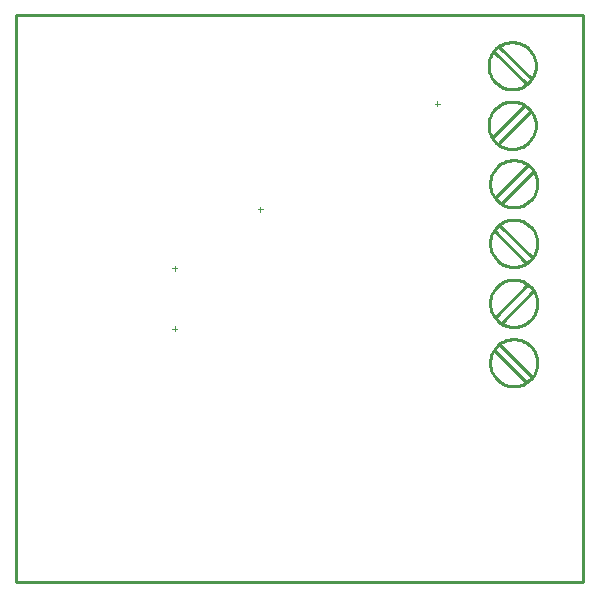
<source format=gm1>
%FSDAX24Y24*%
%MOIN*%
%SFA1B1*%

%IPPOS*%
%ADD29C,0.010000*%
%ADD83C,0.003900*%
%LNde-080324-1*%
%LPD*%
G54D29*
X027337Y027218D02*
D01*
X027335Y027272*
X027329Y027327*
X027319Y027381*
X027306Y027434*
X027289Y027487*
X027268Y027538*
X027244Y027587*
X027217Y027635*
X027186Y027680*
X027152Y027723*
X027116Y027764*
X027076Y027802*
X027034Y027838*
X026990Y027870*
X026943Y027899*
X026894Y027925*
X026844Y027947*
X026793Y027966*
X026740Y027981*
X026686Y027993*
X026632Y028000*
X026577Y028004*
X026522*
X026467Y028000*
X026413Y027993*
X026359Y027981*
X026306Y027966*
X026255Y027947*
X026205Y027925*
X026156Y027899*
X026109Y027870*
X026065Y027838*
X026023Y027802*
X025983Y027764*
X025947Y027723*
X025913Y027680*
X025882Y027635*
X025855Y027587*
X025831Y027538*
X025810Y027487*
X025793Y027434*
X025780Y027381*
X025770Y027327*
X025764Y027272*
X025763Y027218*
X025764Y027163*
X025770Y027108*
X025780Y027054*
X025793Y027001*
X025810Y026948*
X025831Y026897*
X025855Y026848*
X025882Y026800*
X025913Y026755*
X025947Y026712*
X025983Y026671*
X026023Y026633*
X026065Y026597*
X026109Y026565*
X026156Y026536*
X026205Y026510*
X026255Y026488*
X026306Y026469*
X026359Y026454*
X026413Y026442*
X026467Y026435*
X026522Y026431*
X026577*
X026632Y026435*
X026686Y026442*
X026740Y026454*
X026793Y026469*
X026844Y026488*
X026894Y026510*
X026943Y026536*
X026990Y026565*
X027034Y026597*
X027076Y026633*
X027116Y026671*
X027152Y026712*
X027186Y026755*
X027217Y026800*
X027244Y026848*
X027268Y026897*
X027289Y026948*
X027306Y027001*
X027319Y027054*
X027329Y027108*
X027335Y027163*
X027337Y027218*
Y025234D02*
D01*
X027335Y025288*
X027329Y025343*
X027319Y025397*
X027306Y025450*
X027289Y025503*
X027268Y025554*
X027244Y025603*
X027217Y025651*
X027186Y025696*
X027152Y025739*
X027116Y025780*
X027076Y025818*
X027034Y025854*
X026990Y025886*
X026943Y025915*
X026894Y025941*
X026844Y025963*
X026793Y025982*
X026740Y025997*
X026686Y026009*
X026632Y026016*
X026577Y026020*
X026522*
X026467Y026016*
X026413Y026009*
X026359Y025997*
X026306Y025982*
X026255Y025963*
X026205Y025941*
X026156Y025915*
X026109Y025886*
X026065Y025854*
X026023Y025818*
X025983Y025780*
X025947Y025739*
X025913Y025696*
X025882Y025651*
X025855Y025603*
X025831Y025554*
X025810Y025503*
X025793Y025450*
X025780Y025397*
X025770Y025343*
X025764Y025288*
X025763Y025234*
X025764Y025179*
X025770Y025124*
X025780Y025070*
X025793Y025017*
X025810Y024964*
X025831Y024913*
X025855Y024864*
X025882Y024816*
X025913Y024771*
X025947Y024728*
X025983Y024687*
X026023Y024649*
X026065Y024613*
X026109Y024581*
X026156Y024552*
X026205Y024526*
X026255Y024504*
X026306Y024485*
X026359Y024470*
X026413Y024458*
X026467Y024451*
X026522Y024447*
X026577*
X026632Y024451*
X026686Y024458*
X026740Y024470*
X026793Y024485*
X026844Y024504*
X026894Y024526*
X026943Y024552*
X026990Y024581*
X027034Y024613*
X027076Y024649*
X027116Y024687*
X027152Y024728*
X027186Y024771*
X027217Y024816*
X027244Y024864*
X027268Y024913*
X027289Y024964*
X027306Y025017*
X027319Y025070*
X027329Y025124*
X027335Y025179*
X027337Y025234*
X027387Y021300D02*
D01*
X027385Y021354*
X027379Y021409*
X027369Y021463*
X027356Y021516*
X027339Y021569*
X027318Y021620*
X027294Y021669*
X027267Y021717*
X027236Y021762*
X027202Y021805*
X027166Y021846*
X027126Y021884*
X027084Y021920*
X027040Y021952*
X026993Y021981*
X026944Y022007*
X026894Y022029*
X026843Y022048*
X026790Y022063*
X026736Y022075*
X026682Y022082*
X026627Y022086*
X026572*
X026517Y022082*
X026463Y022075*
X026409Y022063*
X026356Y022048*
X026305Y022029*
X026255Y022007*
X026206Y021981*
X026159Y021952*
X026115Y021920*
X026073Y021884*
X026033Y021846*
X025997Y021805*
X025963Y021762*
X025932Y021717*
X025905Y021669*
X025881Y021620*
X025860Y021569*
X025843Y021516*
X025830Y021463*
X025820Y021409*
X025814Y021354*
X025813Y021300*
X025814Y021245*
X025820Y021190*
X025830Y021136*
X025843Y021083*
X025860Y021030*
X025881Y020979*
X025905Y020930*
X025932Y020882*
X025963Y020837*
X025997Y020794*
X026033Y020753*
X026073Y020715*
X026115Y020679*
X026159Y020647*
X026206Y020618*
X026255Y020592*
X026305Y020570*
X026356Y020551*
X026409Y020536*
X026463Y020524*
X026517Y020517*
X026572Y020513*
X026627*
X026682Y020517*
X026736Y020524*
X026790Y020536*
X026843Y020551*
X026894Y020570*
X026944Y020592*
X026993Y020618*
X027040Y020647*
X027084Y020679*
X027126Y020715*
X027166Y020753*
X027202Y020794*
X027236Y020837*
X027267Y020882*
X027294Y020930*
X027318Y020979*
X027339Y021030*
X027356Y021083*
X027369Y021136*
X027379Y021190*
X027385Y021245*
X027387Y021300*
Y023284D02*
D01*
X027385Y023338*
X027379Y023393*
X027369Y023447*
X027356Y023500*
X027339Y023553*
X027318Y023604*
X027294Y023653*
X027267Y023701*
X027236Y023746*
X027202Y023789*
X027166Y023830*
X027126Y023868*
X027084Y023904*
X027040Y023936*
X026993Y023965*
X026944Y023991*
X026894Y024013*
X026843Y024032*
X026790Y024047*
X026736Y024059*
X026682Y024066*
X026627Y024070*
X026572*
X026517Y024066*
X026463Y024059*
X026409Y024047*
X026356Y024032*
X026305Y024013*
X026255Y023991*
X026206Y023965*
X026159Y023936*
X026115Y023904*
X026073Y023868*
X026033Y023830*
X025997Y023789*
X025963Y023746*
X025932Y023701*
X025905Y023653*
X025881Y023604*
X025860Y023553*
X025843Y023500*
X025830Y023447*
X025820Y023393*
X025814Y023338*
X025813Y023284*
X025814Y023229*
X025820Y023174*
X025830Y023120*
X025843Y023067*
X025860Y023014*
X025881Y022963*
X025905Y022914*
X025932Y022866*
X025963Y022821*
X025997Y022778*
X026033Y022737*
X026073Y022699*
X026115Y022663*
X026159Y022631*
X026206Y022602*
X026255Y022576*
X026305Y022554*
X026356Y022535*
X026409Y022520*
X026463Y022508*
X026517Y022501*
X026572Y022497*
X026627*
X026682Y022501*
X026736Y022508*
X026790Y022520*
X026843Y022535*
X026894Y022554*
X026944Y022576*
X026993Y022602*
X027040Y022631*
X027084Y022663*
X027126Y022699*
X027166Y022737*
X027202Y022778*
X027236Y022821*
X027267Y022866*
X027294Y022914*
X027318Y022963*
X027339Y023014*
X027356Y023067*
X027369Y023120*
X027379Y023174*
X027385Y023229*
X027387Y023284*
Y017316D02*
D01*
X027385Y017370*
X027379Y017425*
X027369Y017479*
X027356Y017532*
X027339Y017585*
X027318Y017636*
X027294Y017685*
X027267Y017733*
X027236Y017778*
X027202Y017821*
X027166Y017862*
X027126Y017900*
X027084Y017936*
X027040Y017968*
X026993Y017997*
X026944Y018023*
X026894Y018045*
X026843Y018064*
X026790Y018079*
X026736Y018091*
X026682Y018098*
X026627Y018102*
X026572*
X026517Y018098*
X026463Y018091*
X026409Y018079*
X026356Y018064*
X026305Y018045*
X026255Y018023*
X026206Y017997*
X026159Y017968*
X026115Y017936*
X026073Y017900*
X026033Y017862*
X025997Y017821*
X025963Y017778*
X025932Y017733*
X025905Y017685*
X025881Y017636*
X025860Y017585*
X025843Y017532*
X025830Y017479*
X025820Y017425*
X025814Y017370*
X025813Y017316*
X025814Y017261*
X025820Y017206*
X025830Y017152*
X025843Y017099*
X025860Y017046*
X025881Y016995*
X025905Y016946*
X025932Y016898*
X025963Y016853*
X025997Y016810*
X026033Y016769*
X026073Y016731*
X026115Y016695*
X026159Y016663*
X026206Y016634*
X026255Y016608*
X026305Y016586*
X026356Y016567*
X026409Y016552*
X026463Y016540*
X026517Y016533*
X026572Y016529*
X026627*
X026682Y016533*
X026736Y016540*
X026790Y016552*
X026843Y016567*
X026894Y016586*
X026944Y016608*
X026993Y016634*
X027040Y016663*
X027084Y016695*
X027126Y016731*
X027166Y016769*
X027202Y016810*
X027236Y016853*
X027267Y016898*
X027294Y016946*
X027318Y016995*
X027339Y017046*
X027356Y017099*
X027369Y017152*
X027379Y017206*
X027385Y017261*
X027387Y017316*
Y019300D02*
D01*
X027385Y019354*
X027379Y019409*
X027369Y019463*
X027356Y019516*
X027339Y019569*
X027318Y019620*
X027294Y019669*
X027267Y019717*
X027236Y019762*
X027202Y019805*
X027166Y019846*
X027126Y019884*
X027084Y019920*
X027040Y019952*
X026993Y019981*
X026944Y020007*
X026894Y020029*
X026843Y020048*
X026790Y020063*
X026736Y020075*
X026682Y020082*
X026627Y020086*
X026572*
X026517Y020082*
X026463Y020075*
X026409Y020063*
X026356Y020048*
X026305Y020029*
X026255Y020007*
X026206Y019981*
X026159Y019952*
X026115Y019920*
X026073Y019884*
X026033Y019846*
X025997Y019805*
X025963Y019762*
X025932Y019717*
X025905Y019669*
X025881Y019620*
X025860Y019569*
X025843Y019516*
X025830Y019463*
X025820Y019409*
X025814Y019354*
X025813Y019300*
X025814Y019245*
X025820Y019190*
X025830Y019136*
X025843Y019083*
X025860Y019030*
X025881Y018979*
X025905Y018930*
X025932Y018882*
X025963Y018837*
X025997Y018794*
X026033Y018753*
X026073Y018715*
X026115Y018679*
X026159Y018647*
X026206Y018618*
X026255Y018592*
X026305Y018570*
X026356Y018551*
X026409Y018536*
X026463Y018524*
X026517Y018517*
X026572Y018513*
X026627*
X026682Y018517*
X026736Y018524*
X026790Y018536*
X026843Y018551*
X026894Y018570*
X026944Y018592*
X026993Y018618*
X027040Y018647*
X027084Y018679*
X027126Y018715*
X027166Y018753*
X027202Y018794*
X027236Y018837*
X027267Y018882*
X027294Y018930*
X027318Y018979*
X027339Y019030*
X027356Y019083*
X027369Y019136*
X027379Y019190*
X027385Y019245*
X027387Y019300*
X010002Y010002D02*
X028900D01*
Y028900*
X010002D02*
X028900D01*
X010002Y010002D02*
Y028900D01*
X025900Y024834D02*
X026950Y025884D01*
X027150Y025684D02*
X027200D01*
X026100Y024634D02*
X027150Y025684D01*
X026125Y027859D02*
X027200Y026784D01*
X025950Y027684D02*
X027000Y026634D01*
X026200Y022634D02*
X027250Y023684D01*
X025950Y022834D02*
X026000D01*
X027050Y023884*
X025950Y021734D02*
X027025Y020659D01*
X026150Y021884D02*
X027200Y020834D01*
X026200Y018650D02*
X027250Y019700D01*
X025950Y018850D02*
X026000D01*
X027050Y019900*
X025950Y017750D02*
X027025Y016675D01*
X026150Y017900D02*
X027200Y016850D01*
G54D83*
X015221Y018450D02*
X015379D01*
X015300Y018371D02*
Y018529D01*
X024050Y025871D02*
Y026029D01*
X023971Y025950D02*
X024129D01*
X015221Y020464D02*
X015379D01*
X015300Y020385D02*
Y020543D01*
X018071Y022436D02*
X018229D01*
X018150Y022357D02*
Y022515D01*
M02*
</source>
